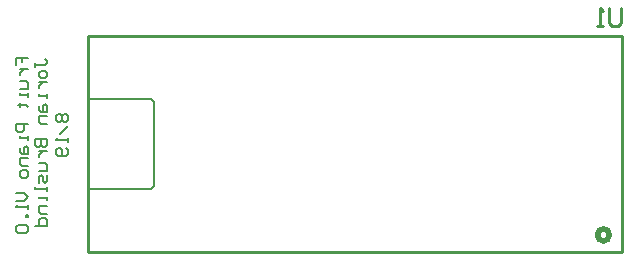
<source format=gbo>
G04 Layer_Color=13813960*
%FSLAX24Y24*%
%MOIN*%
G70*
G01*
G75*
%ADD10C,0.0059*%
%ADD33C,0.0100*%
%ADD729C,0.0200*%
D10*
X20350Y28050D02*
X22450D01*
X22550Y28150D01*
Y30950D01*
X22450Y31050D02*
X22550Y30950D01*
X20350Y31050D02*
X22450D01*
X19357Y30551D02*
X19291Y30486D01*
Y30354D01*
X19357Y30289D01*
X19423D01*
X19488Y30354D01*
X19554Y30289D01*
X19619D01*
X19685Y30354D01*
Y30486D01*
X19619Y30551D01*
X19554D01*
X19488Y30486D01*
X19423Y30551D01*
X19357D01*
X19488Y30486D02*
Y30354D01*
X19685Y30158D02*
X19423Y29895D01*
X19685Y29764D02*
Y29633D01*
Y29698D01*
X19291D01*
X19357Y29764D01*
X19619Y29436D02*
X19685Y29370D01*
Y29239D01*
X19619Y29174D01*
X19357D01*
X19291Y29239D01*
Y29370D01*
X19357Y29436D01*
X19423D01*
X19488Y29370D01*
Y29174D01*
X18583Y32139D02*
Y32270D01*
Y32205D01*
X18911D01*
X18976Y32270D01*
Y32336D01*
X18911Y32402D01*
X18976Y31942D02*
Y31811D01*
X18911Y31746D01*
X18780D01*
X18714Y31811D01*
Y31942D01*
X18780Y32008D01*
X18911D01*
X18976Y31942D01*
X18714Y31614D02*
X18976D01*
X18845D01*
X18780Y31549D01*
X18714Y31483D01*
Y31418D01*
X18976Y31221D02*
Y31090D01*
Y31155D01*
X18714D01*
Y31221D01*
Y30827D02*
Y30696D01*
X18780Y30630D01*
X18976D01*
Y30827D01*
X18911Y30893D01*
X18845Y30827D01*
Y30630D01*
X18976Y30499D02*
X18714D01*
Y30303D01*
X18780Y30237D01*
X18976D01*
X18583Y29712D02*
X18976D01*
Y29515D01*
X18911Y29450D01*
X18845D01*
X18780Y29515D01*
Y29712D01*
Y29515D01*
X18714Y29450D01*
X18648D01*
X18583Y29515D01*
Y29712D01*
X18714Y29319D02*
X18976D01*
X18845D01*
X18780Y29253D01*
X18714Y29187D01*
Y29122D01*
Y28925D02*
X18911D01*
X18976Y28859D01*
Y28663D01*
X18714D01*
X18976Y28531D02*
Y28335D01*
X18911Y28269D01*
X18845Y28335D01*
Y28466D01*
X18780Y28531D01*
X18714Y28466D01*
Y28269D01*
X18976Y28138D02*
Y28007D01*
Y28072D01*
X18583D01*
Y28138D01*
X18976Y27810D02*
Y27679D01*
Y27744D01*
X18714D01*
Y27810D01*
X18976Y27482D02*
X18714D01*
Y27285D01*
X18780Y27220D01*
X18976D01*
X18583Y26826D02*
X18976D01*
Y27023D01*
X18911Y27088D01*
X18780D01*
X18714Y27023D01*
Y26826D01*
X17953Y32179D02*
Y32441D01*
X18150D01*
Y32310D01*
Y32441D01*
X18346D01*
X18084Y32047D02*
X18346D01*
X18215D01*
X18150Y31982D01*
X18084Y31916D01*
Y31851D01*
Y31654D02*
X18281D01*
X18346Y31588D01*
Y31391D01*
X18084D01*
X18346Y31260D02*
Y31129D01*
Y31195D01*
X18084D01*
Y31260D01*
X18018Y30867D02*
X18084D01*
Y30932D01*
Y30801D01*
Y30867D01*
X18281D01*
X18346Y30801D01*
Y30211D02*
X17953D01*
Y30014D01*
X18018Y29948D01*
X18150D01*
X18215Y30014D01*
Y30211D01*
X18346Y29817D02*
Y29686D01*
Y29752D01*
X18084D01*
Y29817D01*
Y29424D02*
Y29292D01*
X18150Y29227D01*
X18346D01*
Y29424D01*
X18281Y29489D01*
X18215Y29424D01*
Y29227D01*
X18346Y29096D02*
X18084D01*
Y28899D01*
X18150Y28833D01*
X18346D01*
Y28636D02*
Y28505D01*
X18281Y28440D01*
X18150D01*
X18084Y28505D01*
Y28636D01*
X18150Y28702D01*
X18281D01*
X18346Y28636D01*
X17953Y27915D02*
X18215D01*
X18346Y27784D01*
X18215Y27652D01*
X17953D01*
X18346Y27521D02*
Y27390D01*
Y27456D01*
X17953D01*
X18018Y27521D01*
X18346Y27193D02*
X18281D01*
Y27128D01*
X18346D01*
Y27193D01*
X18018Y26865D02*
X17953Y26800D01*
Y26669D01*
X18018Y26603D01*
X18281D01*
X18346Y26669D01*
Y26800D01*
X18281Y26865D01*
X18018D01*
D33*
X20350Y25950D02*
Y33150D01*
X38150D01*
Y25950D02*
Y33150D01*
X20350Y25950D02*
X38150D01*
X38102Y34102D02*
Y33602D01*
X38002Y33502D01*
X37803D01*
X37703Y33602D01*
Y34102D01*
X37503Y33502D02*
X37303D01*
X37403D01*
Y34102D01*
X37503Y34002D01*
D729*
X37730Y26530D02*
G03*
X37730Y26530I-200J0D01*
G01*
M02*

</source>
